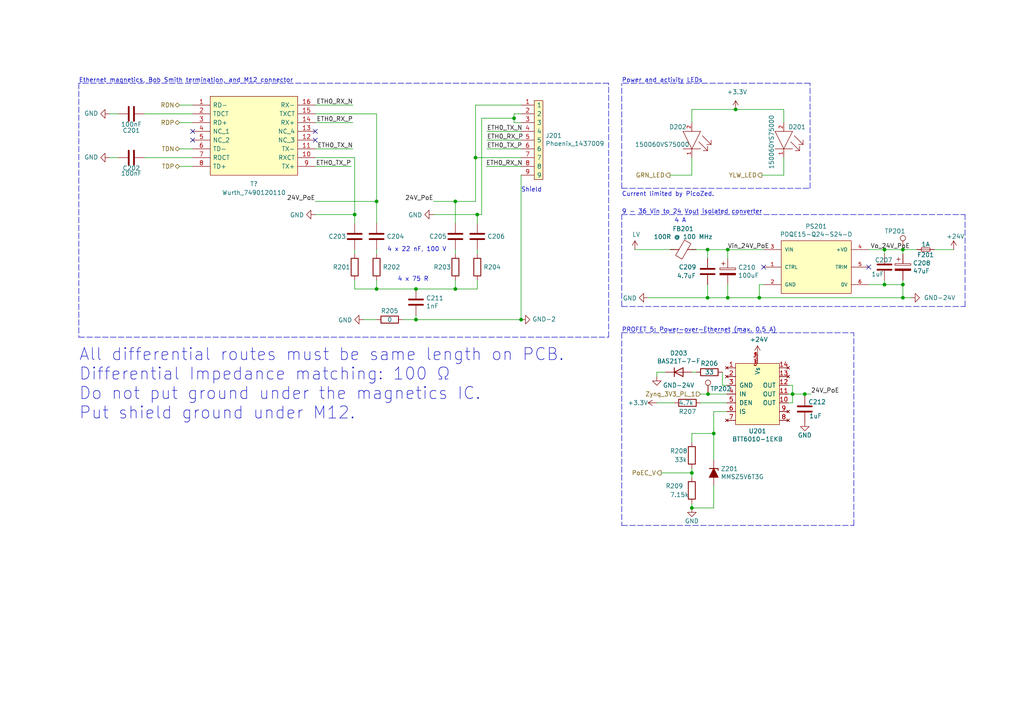
<source format=kicad_sch>
(kicad_sch (version 20231120) (generator "eeschema") (generator_version "8.0")
  (paper "A4")
  (title_block (title "Zynq-Based Master Controller") (date "2020-10-14") (rev "1.0") (company "JFH & SRM"))
  (lib_symbols
    (symbol "Connector:TestPoint" (pin_numbers hide) (pin_names (offset 0.762) hide)
      (property "Reference" "TP" (at 0 6.858 0))
      (property "Value" "TestPoint" (at 0 5.08 0))
      (symbol "TestPoint_0_1"
        (circle (center 0 3.302) (radius 0.762))
      )
      (symbol "TestPoint_1_1"
        (pin passive line (at 0 0 90) (length 2.54) (name "1") (number "1"))
      )
    )
    (symbol "Device:C" (pin_numbers hide) (pin_names (offset 0.254))
      (property "Reference" "C" (at 0.635 2.54 0))
      (property "Value" "C" (at 0.635 -2.54 0))
      (symbol "C_0_1"
        (polyline (pts (xy -2.032 -0.762) (xy 2.032 -0.762)) (stroke (width 0.508)))
        (polyline (pts (xy -2.032 0.762) (xy 2.032 0.762)) (stroke (width 0.508)))
      )
      (symbol "C_1_1"
        (pin passive line (at 0 3.81 270) (length 2.794) (name "~") (number "1"))
        (pin passive line (at 0 -3.81 90) (length 2.794) (name "~") (number "2"))
      )
    )
    (symbol "Device:C_Polarized" (pin_numbers hide) (pin_names (offset 0.254))
      (property "Reference" "C" (at 0.635 2.54 0))
      (property "Value" "C_Polarized" (at 0.635 -2.54 0))
      (symbol "C_Polarized_0_1"
        (rectangle (start -2.286 0.508) (end 2.286 1.016))
        (polyline (pts (xy -1.778 2.286) (xy -0.762 2.286)))
        (polyline (pts (xy -1.27 2.794) (xy -1.27 1.778)))
        (rectangle (start 2.286 -0.508) (end -2.286 -1.016) (fill (type outline)))
      )
      (symbol "C_Polarized_1_1"
        (pin passive line (at 0 3.81 270) (length 2.794) (name "~") (number "1"))
        (pin passive line (at 0 -3.81 90) (length 2.794) (name "~") (number "2"))
      )
    )
    (symbol "Device:D_Zener_Filled" (pin_numbers hide) (pin_names (offset 1.016) hide)
      (property "Reference" "D" (at 0 2.54 0))
      (property "Value" "D_Zener_Filled" (at 0 -2.54 0))
      (symbol "D_Zener_Filled_0_1"
        (polyline (pts (xy 1.27 0) (xy -1.27 0)))
        (polyline (pts (xy -1.27 -1.27) (xy -1.27 1.27) (xy -0.762 1.27)) (stroke (width 0.254)))
        (polyline (pts (xy 1.27 -1.27) (xy 1.27 1.27) (xy -1.27 0) (xy 1.27 -1.27)) (stroke (width 0.254)) (fill (type outline)))
      )
      (symbol "D_Zener_Filled_1_1"
        (pin passive line (at -3.81 0 0) (length 2.54) (name "K") (number "1"))
        (pin passive line (at 3.81 0 180) (length 2.54) (name "A") (number "2"))
      )
    )
    (symbol "Device:FerriteBead" (pin_numbers hide) (pin_names (offset 0))
      (property "Reference" "FB" (at -3.81 0.635 90))
      (property "Value" "FerriteBead" (at 3.81 0 90))
      (symbol "FerriteBead_0_1"
        (polyline (pts (xy 0 -1.27) (xy 0 -1.2192)))
        (polyline (pts (xy 0 1.27) (xy 0 1.2954)))
        (polyline (pts (xy -2.7686 0.4064) (xy -1.7018 2.2606) (xy 2.7686 -0.3048) (xy 1.6764 -2.159) (xy -2.7686 0.4064)))
      )
      (symbol "FerriteBead_1_1"
        (pin passive line (at 0 3.81 270) (length 2.54) (name "~") (number "1"))
        (pin passive line (at 0 -3.81 90) (length 2.54) (name "~") (number "2"))
      )
    )
    (symbol "Device:Fuse_Small" (pin_numbers hide) (pin_names (offset 0.254) hide)
      (property "Reference" "F" (at 0 -1.524 0))
      (property "Value" "Fuse_Small" (at 0 1.524 0))
      (symbol "Fuse_Small_0_1"
        (rectangle (start -1.27 0.508) (end 1.27 -0.508))
        (polyline (pts (xy -1.27 0) (xy 1.27 0)))
      )
      (symbol "Fuse_Small_1_1"
        (pin passive line (at -2.54 0 0) (length 1.27) (name "~") (number "1"))
        (pin passive line (at 2.54 0 180) (length 1.27) (name "~") (number "2"))
      )
    )
    (symbol "Device:R" (pin_numbers hide) (pin_names (offset 0))
      (property "Reference" "R" (at 2.032 0 90))
      (property "Value" "R" (at 0 0 90))
      (symbol "R_0_1"
        (rectangle (start -1.016 -2.54) (end 1.016 2.54) (stroke (width 0.254)))
      )
      (symbol "R_1_1"
        (pin passive line (at 0 3.81 270) (length 1.27) (name "~") (number "1"))
        (pin passive line (at 0 -3.81 90) (length 1.27) (name "~") (number "2"))
      )
    )
    (symbol "Diode:BAS21" (pin_numbers hide) (pin_names hide)
      (property "Reference" "D" (at 0 2.54 0))
      (property "Value" "BAS21" (at 0 -2.54 0))
      (symbol "BAS21_0_1"
        (polyline (pts (xy -1.27 1.27) (xy -1.27 -1.27)) (stroke (width 0.254)))
        (polyline (pts (xy 1.27 0) (xy -1.27 0)))
        (polyline (pts (xy 1.27 1.27) (xy 1.27 -1.27) (xy -1.27 0) (xy 1.27 1.27)) (stroke (width 0.254)))
      )
      (symbol "BAS21_1_1"
        (pin passive line (at 3.81 0 180) (length 2.54) (name "A") (number "1"))
        (pin no_connect line (at -1.27 0 0) (length 2.54) hide (name "NC") (number "2"))
        (pin passive line (at -3.81 0 0) (length 2.54) (name "K") (number "3"))
      )
    )
    (symbol "Vikings_actives:BTT6010-1EKB" (pin_names (offset 1.016))
      (property "Reference" "U" (at 6.35 -21.59 0))
      (property "Value" "BTT6010-1EKB" (at 6.35 -19.05 0))
      (symbol "BTT6010-1EKB_0_1"
        (rectangle (start 0 0) (end 12.7 -17.78) (fill (type background)))
      )
      (symbol "BTT6010-1EKB_1_1"
        (pin no_connect line (at -2.54 -1.27 0) (length 2.54) (name "~") (number "1"))
        (pin passive line (at 15.24 -11.43 180) (length 2.54) (name "OUT") (number "10"))
        (pin power_out line (at 15.24 -8.89 180) (length 2.54) (name "OUT") (number "11"))
        (pin passive line (at 15.24 -6.35 180) (length 2.54) (name "OUT") (number "12"))
        (pin no_connect line (at 15.24 -3.81 180) (length 2.54) (name "~") (number "13"))
        (pin no_connect line (at 15.24 -1.27 180) (length 2.54) (name "~") (number "14"))
        (pin no_connect line (at -2.54 -3.81 0) (length 2.54) (name "~") (number "2"))
        (pin power_in line (at -2.54 -6.35 0) (length 2.54) (name "GND") (number "3"))
        (pin input line (at -2.54 -8.89 0) (length 2.54) (name "IN") (number "4"))
        (pin input line (at -2.54 -11.43 0) (length 2.54) (name "DEN") (number "5"))
        (pin output line (at -2.54 -13.97 0) (length 2.54) (name "IS") (number "6"))
        (pin no_connect line (at -2.54 -16.51 0) (length 2.54) (name "~") (number "7"))
        (pin no_connect line (at 15.24 -16.51 180) (length 2.54) (name "~") (number "8"))
        (pin no_connect line (at 15.24 -13.97 180) (length 2.54) (name "~") (number "9"))
        (pin power_in line (at 6.35 2.54 270) (length 2.54) (name "Vs") (number "Cool.Tab"))
      )
    )
    (symbol "Vikings_actives:PDQE15-Q24-S24-D" (pin_names (offset 1.016))
      (property "Reference" "PS" (at 5.08 3.302 0))
      (property "Value" "PDQE15-Q24-S24-D" (at 5.08 -15.24 0))
      (symbol "PDQE15-Q24-S24-D_0_0"
        (rectangle (start 5.08 2.54) (end 25.4 -12.7) (fill (type background)))
        (pin input line (at 0 -5.08 0) (length 5.08) (name "CTRL") (number "1"))
        (pin power_in line (at 0 -10.16 0) (length 5.08) (name "GND") (number "2"))
        (pin input line (at 0 0 0) (length 5.08) (name "VIN") (number "3"))
        (pin power_out line (at 30.48 0 180) (length 5.08) (name "+VO") (number "4"))
        (pin passive line (at 30.48 -5.08 180) (length 5.08) (name "TRIM") (number "5"))
        (pin power_out line (at 30.48 -10.16 180) (length 5.08) (name "0V") (number "6"))
      )
    )
    (symbol "Vikings_connectors:Phoenix_1437009_M12_8pin_A_Female_Angled" (pin_names (offset 0.762))
      (property "Reference" "J" (at 16.51 7.62 0))
      (property "Value" "Phoenix_1437009_M12_8pin_A_Female_Angled" (at 16.51 5.08 0))
      (symbol "Phoenix_1437009_M12_8pin_A_Female_Angled_1_1"
        (rectangle (start 3.81 1.27) (end 6.35 -21.59) (fill (type background)))
        (pin passive line (at 0 0 0) (length 3.81) (name "1") (number "1"))
        (pin passive line (at 0 -2.54 0) (length 3.81) (name "2") (number "2"))
        (pin passive line (at 0 -5.08 0) (length 3.81) (name "3") (number "3"))
        (pin passive line (at 0 -7.62 0) (length 3.81) (name "4") (number "4"))
        (pin passive line (at 0 -10.16 0) (length 3.81) (name "5") (number "5"))
        (pin passive line (at 0 -12.7 0) (length 3.81) (name "6") (number "6"))
        (pin passive line (at 0 -15.24 0) (length 3.81) (name "7") (number "7"))
        (pin passive line (at 0 -17.78 0) (length 3.81) (name "8") (number "8"))
        (pin passive line (at 0 -20.32 0) (length 3.81) (name "9") (number "9"))
      )
    )
    (symbol "Vikings_misc:GND-2" (power) (pin_names (offset 0))
      (property "Value" "GND-2" (at 0 -3.81 0))
      (symbol "GND-2_0_1"
        (polyline (pts (xy 0 0) (xy 0 -1.27) (xy 1.27 -1.27) (xy 0 -2.54) (xy -1.27 -1.27) (xy 0 -1.27)))
      )
      (symbol "GND-2_1_1"
        (pin power_in line (at 0 0 270) (length 0) hide (name "GND-2") (number "1"))
      )
    )
    (symbol "Vikings_misc:GND-24V" (power) (pin_names (offset 0))
      (property "Value" "GND-24V" (at 0 -3.81 0))
      (symbol "GND-24V_0_1"
        (polyline (pts (xy 0 0) (xy 0 -1.27) (xy 1.27 -1.27) (xy 0 -2.54) (xy -1.27 -1.27) (xy 0 -1.27)))
      )
      (symbol "GND-24V_1_1"
        (pin power_in line (at 0 0 270) (length 0) hide (name "GND-24V") (number "1"))
      )
    )
    (symbol "Vikings_misc:LV" (power) (pin_names (offset 0))
      (property "Value" "LV" (at 0 3.556 0))
      (symbol "LV_0_1"
        (polyline (pts (xy -0.762 1.27) (xy 0 2.54)))
        (polyline (pts (xy 0 0) (xy 0 2.54)))
        (polyline (pts (xy 0 2.54) (xy 0.762 1.27)))
      )
      (symbol "LV_1_1"
        (pin power_in line (at 0 0 90) (length 0) hide (name "LV") (number "1"))
      )
    )
    (symbol "Vikings_passives:150060VS75000" (pin_names (offset 1.016))
      (property "Reference" "D" (at 0 10.16 0))
      (property "Value" "150060VS75000" (at 0 12.7 0))
      (symbol "150060VS75000_1_1"
        (polyline (pts (xy -1.27 -2.54) (xy 3.81 0)))
        (polyline (pts (xy -1.27 2.54) (xy -1.27 -2.54)))
        (polyline (pts (xy -1.27 2.54) (xy 3.81 0)))
        (polyline (pts (xy 0 3.048) (xy 2.54 5.588)))
        (polyline (pts (xy 1.778 2.032) (xy 4.318 4.572)))
        (polyline (pts (xy 2.54 5.588) (xy 1.27 5.588)))
        (polyline (pts (xy 2.54 5.588) (xy 2.54 4.318)))
        (polyline (pts (xy 3.81 2.54) (xy 3.81 -2.54)))
        (polyline (pts (xy 4.318 4.572) (xy 3.048 4.572)))
        (polyline (pts (xy 4.318 4.572) (xy 4.318 3.302)))
        (pin passive line (at 6.35 0 180) (length 2.54) (name "CATHODE") (number "1"))
        (pin passive line (at -3.81 0 0) (length 2.54) (name "ANODE") (number "2"))
      )
    )
    (symbol "Vikings_passives:150060YS75000" (pin_names (offset 1.016))
      (property "Reference" "LED" (at 0 10.16 0))
      (property "Value" "150060YS75000" (at 0 12.7 0))
      (symbol "150060YS75000_1_1"
        (polyline (pts (xy 0 -2.54) (xy 5.08 0)))
        (polyline (pts (xy 0 2.54) (xy 0 -2.54)))
        (polyline (pts (xy 0 2.54) (xy 5.08 0)))
        (polyline (pts (xy 1.27 3.048) (xy 3.81 5.588)))
        (polyline (pts (xy 3.048 2.032) (xy 5.588 4.572)))
        (polyline (pts (xy 3.81 5.588) (xy 2.54 5.588)))
        (polyline (pts (xy 3.81 5.588) (xy 3.81 4.318)))
        (polyline (pts (xy 5.08 2.54) (xy 5.08 -2.54)))
        (polyline (pts (xy 5.588 4.572) (xy 4.318 4.572)))
        (polyline (pts (xy 5.588 4.572) (xy 5.588 3.302)))
        (pin passive line (at 7.62 0 180) (length 2.54) (name "CATHODE") (number "1"))
        (pin passive line (at -2.54 0 0) (length 2.54) (name "ANODE") (number "2"))
      )
    )
    (symbol "Vikings_passives:Wurth_7490120110" (pin_names (offset 0.762))
      (property "Reference" "T" (at 31.75 7.62 0))
      (property "Value" "Wurth_7490120110" (at 31.75 5.08 0))
      (symbol "Wurth_7490120110_0_0"
        (pin passive line (at 0 0 0) (length 5.08) (name "RD-") (number "1"))
        (pin passive line (at 35.56 -15.24 180) (length 5.08) (name "RXCT") (number "10"))
        (pin passive line (at 35.56 -12.7 180) (length 5.08) (name "TX-") (number "11"))
        (pin passive line (at 35.56 -10.16 180) (length 5.08) (name "NC_3") (number "12"))
        (pin passive line (at 35.56 -7.62 180) (length 5.08) (name "NC_4") (number "13"))
        (pin passive line (at 35.56 -5.08 180) (length 5.08) (name "RX+") (number "14"))
        (pin passive line (at 35.56 -2.54 180) (length 5.08) (name "TXCT") (number "15"))
        (pin passive line (at 35.56 0 180) (length 5.08) (name "RX-") (number "16"))
        (pin passive line (at 0 -2.54 0) (length 5.08) (name "TDCT") (number "2"))
        (pin passive line (at 0 -5.08 0) (length 5.08) (name "RD+") (number "3"))
        (pin passive line (at 0 -7.62 0) (length 5.08) (name "NC_1") (number "4"))
        (pin passive line (at 0 -10.16 0) (length 5.08) (name "NC_2") (number "5"))
        (pin passive line (at 0 -12.7 0) (length 5.08) (name "TD-") (number "6"))
        (pin passive line (at 0 -15.24 0) (length 5.08) (name "RDCT") (number "7"))
        (pin passive line (at 0 -17.78 0) (length 5.08) (name "TD+") (number "8"))
        (pin passive line (at 35.56 -17.78 180) (length 5.08) (name "TX+") (number "9"))
      )
      (symbol "Wurth_7490120110_0_1"
        (polyline (pts (xy 5.08 2.54) (xy 30.48 2.54) (xy 30.48 -20.32) (xy 5.08 -20.32) (xy 5.08 2.54)) (fill (type background)))
      )
    )
    (symbol "power:+24V" (power) (pin_numbers hide) (pin_names (offset 0) hide)
      (property "Value" "+24V" (at 0 3.556 0))
      (symbol "+24V_0_1"
        (polyline (pts (xy -0.762 1.27) (xy 0 2.54)))
        (polyline (pts (xy 0 0) (xy 0 2.54)))
        (polyline (pts (xy 0 2.54) (xy 0.762 1.27)))
      )
      (symbol "+24V_1_1"
        (pin power_in line (at 0 0 90) (length 0) (name "~") (number "1"))
      )
    )
    (symbol "power:+3.3V" (power) (pin_numbers hide) (pin_names (offset 0) hide)
      (property "Value" "+3.3V" (at 0 3.556 0))
      (symbol "+3.3V_0_1"
        (polyline (pts (xy -0.762 1.27) (xy 0 2.54)))
        (polyline (pts (xy 0 0) (xy 0 2.54)))
        (polyline (pts (xy 0 2.54) (xy 0.762 1.27)))
      )
      (symbol "+3.3V_1_1"
        (pin power_in line (at 0 0 90) (length 0) (name "~") (number "1"))
      )
    )
    (symbol "power:GND" (power) (pin_numbers hide) (pin_names (offset 0) hide)
      (property "Value" "GND" (at 0 -3.81 0))
      (symbol "GND_0_1"
        (polyline (pts (xy 0 0) (xy 0 -1.27) (xy 1.27 -1.27) (xy 0 -2.54) (xy -1.27 -1.27) (xy 0 -1.27)))
      )
      (symbol "GND_1_1"
        (pin power_in line (at 0 0 270) (length 0) (name "~") (number "1"))
      )
    )
  )
  (junction (at 205.359 114.3))
  (junction (at 220.218 86.36))
  (junction (at 229.87 114.3))
  (junction (at 109.22 58.42))
  (junction (at 261.874 82.55))
  (junction (at 205.232 86.36))
  (junction (at 200.66 137.16))
  (junction (at 211.074 86.36))
  (junction (at 137.922 45.72))
  (junction (at 132.08 58.42))
  (junction (at 256.54 72.39))
  (junction (at 261.874 72.39))
  (junction (at 138.43 62.23))
  (junction (at 109.22 83.82))
  (junction (at 132.08 83.82))
  (junction (at 120.65 83.82))
  (junction (at 151.13 92.71))
  (junction (at 233.426 114.3))
  (junction (at 149.098 34.29))
  (junction (at 205.232 72.39))
  (junction (at 120.65 92.71))
  (junction (at 102.87 62.23))
  (junction (at 256.54 82.55))
  (junction (at 200.66 147.32))
  (junction (at 261.874 86.36))
  (junction (at 207.01 125.73))
  (junction (at 213.36 31.75))
  (junction (at 211.074 72.39))
  (no_connect (at 55.88 40.64))
  (no_connect (at 221.488 77.47))
  (no_connect (at 251.968 77.47))
  (no_connect (at 55.88 38.1))
  (no_connect (at 91.44 38.1))
  (no_connect (at 91.44 40.64))
  (wire (pts (xy 220.218 86.36) (xy 261.874 86.36)))
  (wire (pts (xy 211.074 86.36) (xy 220.218 86.36)))
  (wire (pts (xy 138.43 83.82) (xy 132.08 83.82)))
  (wire (pts (xy 200.66 45.72) (xy 200.66 50.8)))
  (wire (pts (xy 137.922 30.48) (xy 151.13 30.48)))
  (wire (pts (xy 205.232 72.39) (xy 205.232 74.93)))
  (wire (pts (xy 41.91 33.02) (xy 55.88 33.02)))
  (wire (pts (xy 227.33 45.72) (xy 227.33 50.8)))
  (wire (pts (xy 91.44 43.18) (xy 102.362 43.18)))
  (wire (pts (xy 120.65 83.82) (xy 132.08 83.82)))
  (wire (pts (xy 109.22 58.42) (xy 109.22 64.77)))
  (wire (pts (xy 120.65 92.71) (xy 116.84 92.71)))
  (wire (pts (xy 233.426 114.3) (xy 235.204 114.3)))
  (polyline (pts (xy 180.34 88.9) (xy 180.34 62.23)) (stroke (width 0) (type dash)))
  (wire (pts (xy 190.5 107.95) (xy 190.5 109.22)))
  (wire (pts (xy 91.44 35.56) (xy 102.362 35.56)))
  (wire (pts (xy 229.87 116.84) (xy 229.87 114.3)))
  (wire (pts (xy 220.218 82.55) (xy 220.218 86.36)))
  (wire (pts (xy 91.44 48.26) (xy 101.854 48.26)))
  (wire (pts (xy 261.874 72.39) (xy 261.874 73.66)))
  (wire (pts (xy 211.074 72.39) (xy 221.488 72.39)))
  (wire (pts (xy 200.66 31.75) (xy 213.36 31.75)))
  (wire (pts (xy 205.359 114.3) (xy 210.82 114.3)))
  (wire (pts (xy 207.01 125.73) (xy 207.01 119.38)))
  (wire (pts (xy 261.874 72.39) (xy 265.938 72.39)))
  (wire (pts (xy 31.75 33.02) (xy 34.29 33.02)))
  (wire (pts (xy 109.22 33.02) (xy 109.22 58.42)))
  (polyline (pts (xy 180.34 62.23) (xy 279.908 62.23)) (stroke (width 0) (type dash)))
  (polyline (pts (xy 176.53 97.79) (xy 176.53 24.13)) (stroke (width 0) (type dash)))
  (wire (pts (xy 125.73 62.23) (xy 138.43 62.23)))
  (wire (pts (xy 229.87 111.76) (xy 229.87 114.3)))
  (wire (pts (xy 203.2 116.84) (xy 210.82 116.84)))
  (wire (pts (xy 256.54 73.66) (xy 256.54 72.39)))
  (wire (pts (xy 109.22 92.71) (xy 105.41 92.71)))
  (polyline (pts (xy 176.53 24.13) (xy 22.86 24.13)) (stroke (width 0) (type dash)))
  (wire (pts (xy 210.82 111.76) (xy 209.55 111.76)))
  (wire (pts (xy 91.44 30.48) (xy 102.362 30.48)))
  (wire (pts (xy 102.87 81.28) (xy 102.87 83.82)))
  (wire (pts (xy 261.874 86.36) (xy 264.16 86.36)))
  (wire (pts (xy 137.922 58.42) (xy 137.922 45.72)))
  (wire (pts (xy 187.96 86.36) (xy 205.232 86.36)))
  (wire (pts (xy 139.7 34.29) (xy 149.098 34.29)))
  (wire (pts (xy 205.232 72.39) (xy 211.074 72.39)))
  (wire (pts (xy 207.01 125.73) (xy 207.01 133.35)))
  (wire (pts (xy 55.88 35.56) (xy 52.07 35.56)))
  (wire (pts (xy 229.87 114.3) (xy 233.426 114.3)))
  (wire (pts (xy 200.66 31.75) (xy 200.66 35.56)))
  (wire (pts (xy 205.232 82.55) (xy 205.232 86.36)))
  (wire (pts (xy 91.44 58.42) (xy 109.22 58.42)))
  (wire (pts (xy 102.87 45.72) (xy 102.87 62.23)))
  (wire (pts (xy 211.074 82.55) (xy 211.074 86.36)))
  (polyline (pts (xy 279.908 88.9) (xy 279.908 62.23)) (stroke (width 0) (type dash)))
  (wire (pts (xy 205.232 86.36) (xy 211.074 86.36)))
  (wire (pts (xy 149.098 33.02) (xy 151.13 33.02)))
  (wire (pts (xy 203.2 114.3) (xy 205.359 114.3)))
  (polyline (pts (xy 22.86 97.79) (xy 176.53 97.79)) (stroke (width 0) (type dash)))
  (wire (pts (xy 151.13 40.64) (xy 141.224 40.64)))
  (wire (pts (xy 200.66 50.8) (xy 194.31 50.8)))
  (wire (pts (xy 132.08 83.82) (xy 132.08 81.28)))
  (wire (pts (xy 151.13 35.56) (xy 149.098 35.56)))
  (wire (pts (xy 102.87 83.82) (xy 109.22 83.82)))
  (wire (pts (xy 52.07 43.18) (xy 55.88 43.18)))
  (polyline (pts (xy 180.34 54.61) (xy 234.95 54.61)) (stroke (width 0) (type dash)))
  (wire (pts (xy 233.426 114.808) (xy 233.426 114.3)))
  (wire (pts (xy 191.77 137.16) (xy 200.66 137.16)))
  (polyline (pts (xy 22.86 24.13) (xy 22.86 97.79)) (stroke (width 0) (type dash)))
  (wire (pts (xy 228.6 116.84) (xy 229.87 116.84)))
  (wire (pts (xy 190.5 116.84) (xy 195.58 116.84)))
  (wire (pts (xy 251.968 72.39) (xy 256.54 72.39)))
  (wire (pts (xy 149.098 35.56) (xy 149.098 34.29)))
  (wire (pts (xy 184.15 72.39) (xy 195.58 72.39)))
  (wire (pts (xy 132.08 58.42) (xy 137.922 58.42)))
  (wire (pts (xy 207.01 119.38) (xy 210.82 119.38)))
  (wire (pts (xy 138.43 81.28) (xy 138.43 83.82)))
  (wire (pts (xy 256.54 72.39) (xy 261.874 72.39)))
  (wire (pts (xy 251.968 82.55) (xy 256.54 82.55)))
  (wire (pts (xy 91.44 62.23) (xy 102.87 62.23)))
  (polyline (pts (xy 234.95 54.61) (xy 234.95 24.13)) (stroke (width 0) (type dash)))
  (wire (pts (xy 138.43 72.39) (xy 138.43 73.66)))
  (wire (pts (xy 141.224 43.18) (xy 151.13 43.18)))
  (wire (pts (xy 261.874 81.28) (xy 261.874 82.55)))
  (wire (pts (xy 132.08 64.77) (xy 132.08 58.42)))
  (wire (pts (xy 213.36 31.75) (xy 227.33 31.75)))
  (polyline (pts (xy 247.65 152.4) (xy 247.65 96.52)) (stroke (width 0) (type dash)))
  (wire (pts (xy 151.13 45.72) (xy 137.922 45.72)))
  (wire (pts (xy 120.65 92.71) (xy 151.13 92.71)))
  (wire (pts (xy 132.08 72.39) (xy 132.08 73.66)))
  (wire (pts (xy 91.44 45.72) (xy 102.87 45.72)))
  (wire (pts (xy 227.33 35.56) (xy 227.33 31.75)))
  (wire (pts (xy 132.08 58.42) (xy 125.73 58.42)))
  (wire (pts (xy 207.01 140.97) (xy 207.01 147.32)))
  (wire (pts (xy 151.13 92.71) (xy 151.13 50.8)))
  (wire (pts (xy 109.22 72.39) (xy 109.22 73.66)))
  (wire (pts (xy 109.22 83.82) (xy 109.22 81.28)))
  (wire (pts (xy 256.54 82.55) (xy 261.874 82.55)))
  (wire (pts (xy 209.55 111.76) (xy 209.55 107.95)))
  (wire (pts (xy 228.6 111.76) (xy 229.87 111.76)))
  (wire (pts (xy 55.88 48.26) (xy 52.07 48.26)))
  (polyline (pts (xy 180.34 152.4) (xy 247.65 152.4)) (stroke (width 0) (type dash)))
  (wire (pts (xy 109.22 83.82) (xy 120.65 83.82)))
  (wire (pts (xy 138.43 64.77) (xy 138.43 62.23)))
  (wire (pts (xy 200.66 135.89) (xy 200.66 137.16)))
  (wire (pts (xy 149.098 34.29) (xy 149.098 33.02)))
  (wire (pts (xy 211.074 72.39) (xy 211.074 74.93)))
  (wire (pts (xy 200.66 128.27) (xy 200.66 125.73)))
  (wire (pts (xy 138.43 62.23) (xy 139.7 62.23)))
  (wire (pts (xy 41.91 45.72) (xy 55.88 45.72)))
  (wire (pts (xy 91.44 33.02) (xy 109.22 33.02)))
  (wire (pts (xy 151.13 48.26) (xy 140.97 48.26)))
  (polyline (pts (xy 234.95 24.13) (xy 180.34 24.13)) (stroke (width 0) (type dash)))
  (wire (pts (xy 271.018 72.39) (xy 276.606 72.39)))
  (polyline (pts (xy 180.34 96.52) (xy 247.65 96.52)) (stroke (width 0) (type dash)))
  (wire (pts (xy 193.04 107.95) (xy 190.5 107.95)))
  (wire (pts (xy 200.66 125.73) (xy 207.01 125.73)))
  (polyline (pts (xy 180.34 88.9) (xy 279.908 88.9)) (stroke (width 0) (type dash)))
  (wire (pts (xy 200.66 146.05) (xy 200.66 147.32)))
  (wire (pts (xy 227.33 50.8) (xy 220.98 50.8)))
  (wire (pts (xy 200.66 72.39) (xy 205.232 72.39)))
  (polyline (pts (xy 180.34 54.61) (xy 180.34 24.13)) (stroke (width 0) (type dash)))
  (wire (pts (xy 201.93 107.95) (xy 200.66 107.95)))
  (polyline (pts (xy 180.34 96.52) (xy 180.34 152.4)) (stroke (width 0) (type dash)))
  (wire (pts (xy 102.87 72.39) (xy 102.87 73.66)))
  (wire (pts (xy 102.87 64.77) (xy 102.87 62.23)))
  (wire (pts (xy 261.874 82.55) (xy 261.874 86.36)))
  (wire (pts (xy 229.87 114.3) (xy 228.6 114.3)))
  (wire (pts (xy 137.922 30.48) (xy 137.922 45.72)))
  (wire (pts (xy 31.75 45.72) (xy 34.29 45.72)))
  (wire (pts (xy 52.07 30.48) (xy 55.88 30.48)))
  (wire (pts (xy 221.488 82.55) (xy 220.218 82.55)))
  (wire (pts (xy 200.66 137.16) (xy 200.66 138.43)))
  (wire (pts (xy 139.7 34.29) (xy 139.7 62.23)))
  (wire (pts (xy 151.13 38.1) (xy 141.224 38.1)))
  (wire (pts (xy 207.01 147.32) (xy 200.66 147.32)))
  (wire (pts (xy 120.65 91.44) (xy 120.65 92.71)))
  (wire (pts (xy 256.54 81.28) (xy 256.54 82.55)))
  (text "4 x 75 R" (at 115.316 81.788 0) (effects (font (size 1.27 1.27)) (justify left bottom)))
  (text "4 x 22 nF, 100 V" (at 112.268 73.152 0) (effects (font (size 1.27 1.27)) (justify left bottom)))
  (text "Current limited by PicoZed." (at 180.34 57.15 0) (effects (font (size 1.27 1.27)) (justify left bottom)))
  (text "9 - 36 Vin to 24 Vout isolated converter" (at 180.34 62.23 0) (effects (font (size 1.27 1.27)) (justify left bottom)))
  (text "Ethernet magnetics, Bob Smith termination, and M12 connector" (at 22.86 24.13 0) (effects (font (size 1.27 1.27)) (justify left bottom)))
  (text "4 A" (at 195.58 64.77 0) (effects (font (size 1.27 1.27)) (justify left bottom)))
  (text "PROFET 5: Power-over-Ethernet (max. 0.5 A)" (at 180.34 96.52 0) (effects (font (size 1.27 1.27)) (justify left bottom)))
  (text "All differential routes must be same length on PCB.\nDifferential Impedance matching: 100 Ω\nDo not put ground under the magnetics IC.\nPut shield ground under M12." (at 22.86 121.92 0) (effects (font (size 3.5052 3.5052)) (justify left bottom)))
  (text "Power and activity LEDs" (at 180.34 24.13 0) (effects (font (size 1.27 1.27)) (justify left bottom)))
  (text "Shield" (at 151.13 55.88 0) (effects (font (size 1.27 1.27)) (justify left bottom)))
  (label "Vo_24V_PoE" (at 252.476 72.39 0))
  (label "ETH0_RX_N" (at 102.362 30.48 180))
  (label "ETH0_TX_P" (at 141.224 43.18 0))
  (label "ETH0_RX_N" (at 140.97 48.26 0))
  (label "ETH0_TX_N" (at 141.224 38.1 0))
  (label "ETH0_TX_P" (at 101.854 48.26 180))
  (label "ETH0_TX_N" (at 102.362 43.18 180))
  (label "ETH0_RX_P" (at 102.362 35.56 180))
  (label "24V_PoE" (at 235.204 114.3 0))
  (label "24V_PoE" (at 125.73 58.42 180))
  (label "Vin_24V_PoE" (at 211.074 72.39 0))
  (label "ETH0_RX_P" (at 141.224 40.64 0))
  (label "24V_PoE" (at 91.44 58.42 180))
  (hierarchical_label "RDP" (shape bidirectional) (at 52.07 35.56 180))
  (hierarchical_label "TDP" (shape bidirectional) (at 52.07 48.26 180))
  (hierarchical_label "Zynq_3V3_PL_1" (shape input) (at 203.2 114.3 180))
  (hierarchical_label "GRN_LED" (shape output) (at 194.31 50.8 180))
  (hierarchical_label "PoEC_V" (shape output) (at 191.77 137.16 180))
  (hierarchical_label "TDN" (shape bidirectional) (at 52.07 43.18 180))
  (hierarchical_label "YLW_LED" (shape output) (at 220.98 50.8 180))
  (hierarchical_label "RDN" (shape bidirectional) (at 52.07 30.48 180))
  (symbol (lib_id "Vikings_connectors:Phoenix_1437009_M12_8pin_A_Female_Angled") (at 151.13 30.48 0) (unit 1)
    (property "Reference" "J201" (at 158.1912 39.3446 0) (effects (justify left)))
    (property "Value" "Phoenix_1437009" (at 158.1912 41.656 0) (effects (justify left)))
    (property "Footprint" "Vikings_connectors:Phoenix_1437009_M12_8pin_A_Female_Angled" (effects (hide yes)))
    (property "Datasheet" "http://www.phoenixcontact.com/us/products/1437009/pdf" (effects (hide yes)))
    (property "Description" "Circular Metric Connectors SACC-CI-M12FS-8CON- L90 SH SCO" (effects (hide yes)))
    (property "Height" "15.9" (effects (hide yes)))
    (property "Manufacturer_Name" "Phoenix Contact" (effects (hide yes)))
    (property "Manufacturer_Part_Number" "1437009" (effects (hide yes)))
    (property "Arrow Part Number" "1437009" (effects (hide yes)))
    (property "Mouser Part Number" "651-1437009" (effects (hide yes)))
    (property "Mouser Price/Stock" "https://www.mouser.co.uk/ProductDetail/Phoenix-Contact/1437009?qs=MfVUZiz0Pxb27kS8b3m0cw%3D%3D" (effects (hide yes)))
  )
  (symbol (lib_id "Vikings_passives:150060YS75000") (at 227.33 38.1 270) (unit 1)
    (property "Reference" "D201" (at 228.6 36.83 90) (effects (justify left)))
    (property "Value" "150060YS75000" (at 223.774 33.274 0) (effects (justify left)))
    (property "Footprint" "Vikings_devices:Wurth_150060YS75000" (effects (hide yes)))
    (property "Datasheet" "http://katalog.we-online.com/led/datasheet/150060SS75000.pdf" (effects (hide yes)))
    (property "Color" "Yellow" (effects (hide yes)))
    (property "Component Link 1 Description" "Manufacturer URL" (effects (hide yes)))
    (property "Component Link 1 URL" "http://www.we-online.com" (effects (hide yes)))
    (property "category" "UNK" (effects (hide yes)))
    (property "ciiva ids" "12518860" (effects (hide yes)))
    (property "library id" "c86f0b01d77e687a" (effects (hide yes)))
    (property "manufacturer" "Wuerth Elektronik" (effects (hide yes)))
    (property "package" "0603_A" (effects (hide yes)))
    (property "release date" "1421305860" (effects (hide yes)))
    (property "vault revision" "5144AC10-0A10-433C-B4D0-D5D668B210EE" (effects (hide yes)))
    (property "imported" "yes" (effects (hide yes)))
  )
  (symbol (lib_id "Vikings_passives:Wurth_7490120110") (at 55.88 30.48 0) (unit 1)
    (property "Reference" "T?" (at 73.66 53.34 0))
    (property "Value" "Wurth_7490120110" (at 73.66 55.88 0))
    (property "Footprint" "Vikings_devices:Wurth_7490120110" (effects (hide yes)))
    (property "Datasheet" "https://componentsearchengine.com/Datasheets/1/7490120110.pdf" (effects (hide yes)))
    (property "Description" "Audio Transformers / Signal Transformers WE-LAN 10/100 Base-T 1Port SMD Transfrmer" (effects (hide yes)))
    (property "Height" "5.8" (effects (hide yes)))
    (property "Manufacturer_Name" "Wurth Elektronik / Midcom" (effects (hide yes)))
    (property "Manufacturer_Part_Number" "7490120110" (effects (hide yes)))
    (property "Arrow Part Number" "7490120110" (effects (hide yes)))
    (property "Mouser Part Number" "710-7490120110" (effects (hide yes)))
    (property "Mouser Price/Stock" "https://www.mouser.co.uk/ProductDetail/Wurth-Elektronik-Midcom/7490120110?qs=2sV1BwmkawS544uMhsm03Q%3D%3D" (effects (hide yes)))
    (instances (project "" (path "" (reference "T?") (unit 1)) (path "" (reference "T201") (unit 1))))
  )
  (symbol (lib_id "power:GND") (at 31.75 33.02 270) (mirror x) (unit 1)
    (property "Reference" "#PWR0101" (effects (hide yes)))
    (property "Value" "GND" (at 28.4988 32.893 90) (effects (justify right)))
  )
  (symbol (lib_id "Device:C") (at 38.1 33.02 90) (mirror x) (unit 1)
    (property "Reference" "C201" (at 38.1 37.846 90))
    (property "Value" "100nF" (at 38.1 36.068 90))
    (property "Footprint" "Capacitor_SMD:C_0603_1608Metric" (effects (hide yes)))
  )
  (symbol (lib_id "power:GND") (at 31.75 45.72 270) (mirror x) (unit 1)
    (property "Reference" "#PWR0102" (effects (hide yes)))
    (property "Value" "GND" (at 28.4988 45.593 90) (effects (justify right)))
  )
  (symbol (lib_id "Device:C") (at 38.1 45.72 90) (mirror x) (unit 1)
    (property "Reference" "C202" (at 38.1 48.768 90))
    (property "Value" "100nF" (at 38.1 50.292 90))
    (property "Footprint" "Capacitor_SMD:C_0603_1608Metric" (effects (hide yes)))
  )
  (symbol (lib_id "power:+3.3V") (at 213.36 31.75 0) (unit 1)
    (property "Reference" "#PWR0103" (effects (hide yes)))
    (property "Value" "+3.3V" (at 210.82 26.67 0) (effects (justify left)))
  )
  (symbol (lib_id "Vikings_passives:150060VS75000") (at 200.66 39.37 270) (unit 1)
    (property "Reference" "D202" (at 194.056 36.83 90) (effects (justify left)))
    (property "Value" "150060VS75000" (at 184.15 41.91 90) (effects (justify left)))
    (property "Footprint" "Vikings_devices:Wurth_150060VS75000" (effects (hide yes)))
    (property "Datasheet" "https://www.we-online.com/catalog/datasheet/150060VS75000.pdf" (effects (hide yes)))
    (property "automotive" "No" (effects (hide yes)))
    (property "category" "Diode" (effects (hide yes)))
    (property "colour" "Green" (effects (hide yes)))
    (property "device class L1" "Optoelectronics" (effects (hide yes)))
    (property "device class L2" "LEDs" (effects (hide yes)))
    (property "device class L3" "unset" (effects (hide yes)))
    (property "digikey description" "LED GREEN CLEAR 0603 SMD" (effects (hide yes)))
    (property "digikey part number" "732-4980-1-ND" (effects (hide yes)))
    (property "forward current" "20mA" (effects (hide yes)))
    (property "forward voltage" "2V" (effects (hide yes)))
    (property "height" "0.8mm" (effects (hide yes)))
    (property "lead free" "Yes" (effects (hide yes)))
    (property "led orientation" "Top View" (effects (hide yes)))
    (property "library id" "31412359902cf5d2" (effects (hide yes)))
    (property "luminous intensity" "40mcd" (effects (hide yes)))
    (property "manufacturer" "Wurth" (effects (hide yes)))
    (property "max junction temp" "+95°C" (effects (hide yes)))
    (property "mouser description" "LED, Green, 570 nm, 2 V, 30 mA, 40 mcd" (effects (hide yes)))
    (property "mouser part number" "710-150060VS75000" (effects (hide yes)))
    (property "package" "0603" (effects (hide yes)))
    (property "peak emmision wavelength" "572nm" (effects (hide yes)))
    (property "power dissipation" "72mW" (effects (hide yes)))
    (property "reverse voltage" "5V" (effects (hide yes)))
    (property "rohs" "Yes" (effects (hide yes)))
    (property "temperature range high" "+85°C" (effects (hide yes)))
    (property "temperature range low" "-40°C" (effects (hide yes)))
    (property "viewing angle" "140°" (effects (hide yes)))
    (property "wavelength" "570nm" (effects (hide yes)))
  )
  (symbol (lib_id "power:GND") (at 91.44 62.23 270) (unit 1)
    (property "Reference" "#PWR0104" (effects (hide yes)))
    (property "Value" "GND" (at 88.1888 62.357 90) (effects (justify right)))
  )
  (symbol (lib_id "Device:C") (at 109.22 68.58 0) (unit 1)
    (property "Reference" "C204" (at 112.141 68.58 0) (effects (justify left)))
    (property "Value" "22nF" (effects (hide yes)))
    (property "Footprint" "Capacitor_SMD:C_0603_1608Metric" (effects (hide yes)))
    (property "Description" "22 nF, 100 V" (effects (hide yes)))
  )
  (symbol (lib_id "Device:R") (at 109.22 77.47 0) (unit 1)
    (property "Reference" "R202" (at 110.998 77.47 0) (effects (justify left)))
    (property "Value" "75" (effects (hide yes)))
    (property "Footprint" "Resistor_SMD:R_0603_1608Metric" (effects (hide yes)))
  )
  (symbol (lib_id "Device:C") (at 102.87 68.58 0) (unit 1)
    (property "Reference" "C203" (at 95.25 68.58 0) (effects (justify left)))
    (property "Value" "22nF" (effects (hide yes)))
    (property "Footprint" "Capacitor_SMD:C_0603_1608Metric" (effects (hide yes)))
    (property "Description" "22nF, 100V" (effects (hide yes)))
  )
  (symbol (lib_id "Device:R") (at 102.87 77.47 0) (unit 1)
    (property "Reference" "R201" (at 96.52 77.47 0) (effects (justify left)))
    (property "Value" "75" (effects (hide yes)))
    (property "Footprint" "Resistor_SMD:R_0603_1608Metric" (effects (hide yes)))
  )
  (symbol (lib_id "power:GND") (at 125.73 62.23 270) (unit 1)
    (property "Reference" "#PWR0106" (effects (hide yes)))
    (property "Value" "GND" (at 122.4788 62.357 90) (effects (justify right)))
  )
  (symbol (lib_id "Device:R") (at 132.08 77.47 0) (unit 1)
    (property "Reference" "R203" (at 125.73 77.47 0) (effects (justify left)))
    (property "Value" "75" (effects (hide yes)))
    (property "Footprint" "Resistor_SMD:R_0603_1608Metric" (effects (hide yes)))
  )
  (symbol (lib_id "Device:R") (at 138.43 77.47 0) (unit 1)
    (property "Reference" "R204" (at 140.208 77.47 0) (effects (justify left)))
    (property "Value" "75" (effects (hide yes)))
    (property "Footprint" "Resistor_SMD:R_0603_1608Metric" (effects (hide yes)))
  )
  (symbol (lib_id "Device:C") (at 138.43 68.58 0) (unit 1)
    (property "Reference" "C206" (at 141.351 68.58 0) (effects (justify left)))
    (property "Value" "22nF" (effects (hide yes)))
    (property "Footprint" "Capacitor_SMD:C_0603_1608Metric" (effects (hide yes)))
    (property "Description" "22 nF, 100 V" (effects (hide yes)))
  )
  (symbol (lib_id "Device:C") (at 132.08 68.58 0) (unit 1)
    (property "Reference" "C205" (at 124.46 68.58 0) (effects (justify left)))
    (property "Value" "22nF" (effects (hide yes)))
    (property "Footprint" "Capacitor_SMD:C_0603_1608Metric" (effects (hide yes)))
    (property "Description" "22 nF, 100 V" (effects (hide yes)))
  )
  (symbol (lib_id "Device:C") (at 120.65 87.63 0) (unit 1)
    (property "Reference" "C211" (at 123.571 86.4616 0) (effects (justify left)))
    (property "Value" "1nF" (at 123.571 88.773 0) (effects (justify left)))
    (property "Footprint" "Capacitor_SMD:C_1206_3216Metric" (effects (hide yes)))
    (property "Description" "1nF, 2000V" (effects (hide yes)))
  )
  (symbol (lib_id "Device:Fuse_Small") (at 268.478 72.39 0) (unit 1)
    (property "Reference" "F201" (at 268.478 73.914 0))
    (property "Value" "1A" (at 268.478 70.866 0))
    (property "Footprint" "Vikings_devices:Littlefuse_Nano_Clip" (effects (hide yes)))
    (property "Datasheet" "https://m.littelfuse.com/~/media/electronics/datasheets/fuses/littelfuse_fuse_157_datasheet.pdf.pdf" (effects (hide yes)))
    (property "Manufacturer" "Littelfuse" (effects (hide yes)))
    (property "Man. Part No." "0157001.DR" (effects (hide yes)))
  )
  (symbol (lib_id "Vikings_actives:PDQE15-Q24-S24-D") (at 221.488 72.39 0) (unit 1)
    (property "Reference" "PS201" (at 236.728 65.659 0))
    (property "Value" "PDQE15-Q24-S24-D" (at 236.728 67.9704 0))
    (property "Footprint" "Vikings_devices:CUI_PDQE15-Q24-S24-D" (effects (hide yes)))
    (property "Datasheet" "Manufacturer Recommendations" (effects (hide yes)))
    (property "Field4" "CUI Inc." (effects (hide yes)))
    (property "Field5" "11.70mm" (effects (hide yes)))
    (property "Field6" "1.0" (effects (hide yes)))
  )
  (symbol (lib_id "Vikings_misc:LV") (at 184.15 72.39 0) (unit 1)
    (property "Reference" "#PWR0105" (effects (hide yes)))
    (property "Value" "LV" (at 184.531 67.9958 0))
  )
  (symbol (lib_id "power:GND") (at 187.96 86.36 270) (unit 1)
    (property "Reference" "#PWR0107" (effects (hide yes)))
    (property "Value" "GND" (at 184.7088 86.487 90) (effects (justify right)))
  )
  (symbol (lib_id "Device:C_Polarized") (at 261.874 77.47 0) (unit 1)
    (property "Reference" "C208" (at 264.795 76.3016 0) (effects (justify left)))
    (property "Value" "47uF" (at 264.795 78.613 0) (effects (justify left)))
    (property "Footprint" "Vikings_devices:CP_Elec_Wurth_WCAP-PSLP_6.6x6.6mm" (effects (hide yes)))
    (property "Description" "Polarized capacitor" (effects (hide yes)))
    (property "Manufacturer" "Würth Elektronik" (effects (hide yes)))
    (property "Man. Part No." "865080645012" (effects (hide yes)))
  )
  (symbol (lib_id "power:+24V") (at 276.606 72.39 0) (unit 1)
    (property "Reference" "#PWR0109" (effects (hide yes)))
    (property "Value" "+24V" (at 277.114 68.58 0))
  )
  (symbol (lib_id "Vikings_misc:GND-24V") (at 264.16 86.36 90) (unit 1)
    (property "Reference" "#PWR0133" (effects (hide yes)))
    (property "Value" "GND-24V" (at 267.97 86.36 90) (effects (justify right)))
  )
  (symbol (lib_id "Vikings_actives:BTT6010-1EKB") (at 213.36 105.41 0) (unit 1)
    (property "Reference" "U201" (at 219.71 125.0442 0))
    (property "Value" "BTT6010-1EKB" (at 219.71 127.3556 0))
    (property "Footprint" "Vikings_devices:PG-DSO-14-47" (effects (hide yes)))
    (property "Datasheet" "https://docs.rs-online.com/1df8/0900766b815790fa.pdf" (effects (hide yes)))
    (instances (project "" (path "" (reference "U201") (unit 1)) (path "" (reference "U?") (unit 1))))
  )
  (symbol (lib_id "power:+3.3V") (at 190.5 116.84 90) (unit 1)
    (property "Reference" "#PWR0120" (effects (hide yes)))
    (property "Value" "+3.3V" (at 187.96 116.84 90) (effects (justify left)))
    (instances (project "" (path "" (reference "#PWR0120") (unit 1)) (path "" (reference "#PWR?") (unit 1)) (path "" (reference "#PWR?") (unit 1))))
  )
  (symbol (lib_id "power:GND") (at 200.66 147.32 0) (unit 1)
    (property "Reference" "#PWR0126" (effects (hide yes)))
    (property "Value" "GND" (at 200.66 151.13 0))
    (instances (project "" (path "" (reference "#PWR0126") (unit 1)) (path "" (reference "#PWR?") (unit 1)) (path "" (reference "#PWR?") (unit 1))))
  )
  (symbol (lib_id "Device:D_Zener_Filled") (at 207.01 137.16 270) (unit 1)
    (property "Reference" "Z201" (at 209.042 135.9916 90) (effects (justify left)))
    (property "Value" "MMSZ5V6T3G" (at 209.042 138.303 90) (effects (justify left)))
    (property "Footprint" "Diode_SMD:D_SOD-123" (effects (hide yes)))
    (property "Description" "Zener diode, filled shape" (effects (hide yes)))
    (instances (project "" (path "" (reference "Z201") (unit 1)) (path "" (reference "Z?") (unit 1)) (path "" (reference "Z?") (unit 1))))
  )
  (symbol (lib_id "Device:R") (at 200.66 132.08 0) (unit 1)
    (property "Reference" "R208" (at 194.31 130.81 0) (effects (justify left)))
    (property "Value" "33k" (at 195.58 133.35 0) (effects (justify left)))
    (property "Footprint" "Resistor_SMD:R_0603_1608Metric" (effects (hide yes)))
    (instances (project "" (path "" (reference "R208") (unit 1)) (path "" (reference "R?") (unit 1)) (path "" (reference "R?") (unit 1))))
  )
  (symbol (lib_id "Device:R") (at 200.66 142.24 0) (unit 1)
    (property "Reference" "R209" (at 193.04 140.97 0) (effects (justify left)))
    (property "Value" "7.15k" (at 194.31 143.51 0) (effects (justify left)))
    (property "Footprint" "Resistor_SMD:R_0603_1608Metric" (effects (hide yes)))
    (instances (project "" (path "" (reference "R209") (unit 1)) (path "" (reference "R?") (unit 1)) (path "" (reference "R?") (unit 1))))
  )
  (symbol (lib_id "Device:R") (at 205.74 107.95 270) (unit 1)
    (property "Reference" "R206" (at 205.74 105.41 90))
    (property "Value" "33" (at 205.74 107.95 90))
    (property "Footprint" "Resistor_SMD:R_0603_1608Metric" (effects (hide yes)))
    (instances (project "" (path "" (reference "R206") (unit 1)) (path "" (reference "R?") (unit 1)) (path "" (reference "R?") (unit 1))))
  )
  (symbol (lib_id "Diode:BAS21") (at 196.85 107.95 0) (unit 1)
    (property "Reference" "D203" (at 196.85 102.4382 0))
    (property "Value" "BAS21T-7-F" (at 196.85 104.7496 0))
    (property "Footprint" "Package_TO_SOT_SMD:SOT-23" (effects (hide yes)))
    (property "Datasheet" "https://www.diodes.com/assets/Datasheets/Ds12004.pdf" (effects (hide yes)))
    (instances (project "" (path "" (reference "D203") (unit 1)) (path "" (reference "D?") (unit 1)) (path "" (reference "D?") (unit 1))))
  )
  (symbol (lib_id "Device:R") (at 199.39 116.84 270) (unit 1)
    (property "Reference" "R207" (at 196.85 119.38 90) (effects (justify left)))
    (property "Value" "4.7k" (at 196.85 116.84 90) (effects (justify left)))
    (property "Footprint" "Resistor_SMD:R_0603_1608Metric" (effects (hide yes)))
    (instances (project "" (path "" (reference "R207") (unit 1)) (path "" (reference "R?") (unit 1)) (path "" (reference "R?") (unit 1))))
  )
  (symbol (lib_id "power:+24V") (at 219.71 102.87 0) (unit 1)
    (property "Reference" "#PWR0130" (effects (hide yes)))
    (property "Value" "+24V" (at 220.091 98.4758 0))
  )
  (symbol (lib_id "Vikings_misc:GND-24V") (at 190.5 109.22 0) (unit 1)
    (property "Reference" "#PWR0132" (effects (hide yes)))
    (property "Value" "GND-24V" (at 196.85 111.76 0))
  )
  (symbol (lib_id "Connector:TestPoint") (at 261.874 72.39 0) (unit 1)
    (property "Reference" "TP201" (at 256.54 67.056 0) (effects (justify left)))
    (property "Value" "TestPoint" (effects (hide yes)))
    (property "Footprint" "TestPoint:TestPoint_Pad_1.0x1.0mm" (effects (hide yes)))
  )
  (symbol (lib_id "Connector:TestPoint") (at 205.359 114.3 0) (unit 1)
    (property "Reference" "TP202" (at 205.994 112.776 0) (effects (justify left)))
    (property "Value" "TestPoint" (effects (hide yes)))
    (property "Footprint" "TestPoint:TestPoint_Pad_1.0x1.0mm" (effects (hide yes)))
    (instances (project "" (path "" (reference "TP202") (unit 1)) (path "" (reference "TP?") (unit 1))))
  )
  (symbol (lib_id "Vikings_misc:GND-2") (at 151.13 92.71 90) (unit 1)
    (property "Reference" "#PWR0134" (effects (hide yes)))
    (property "Value" "GND-2" (at 154.3812 92.583 90) (effects (justify right)))
  )
  (symbol (lib_id "Device:R") (at 113.03 92.71 270) (unit 1)
    (property "Reference" "R205" (at 113.03 90.17 90))
    (property "Value" "0" (at 113.03 92.71 90))
    (property "Footprint" "Resistor_SMD:R_1210_3225Metric" (effects (hide yes)))
    (instances (project "" (path "" (reference "R205") (unit 1)) (path "" (reference "R?") (unit 1))))
  )
  (symbol (lib_id "power:GND") (at 105.41 92.71 270) (unit 1)
    (property "Reference" "#PWR0108" (effects (hide yes)))
    (property "Value" "GND" (at 102.1588 92.837 90) (effects (justify right)))
  )
  (symbol (lib_id "Device:C_Polarized") (at 211.074 78.74 0) (unit 1)
    (property "Reference" "C210" (at 214.0712 77.5716 0) (effects (justify left)))
    (property "Value" "100uF" (at 214.0712 79.883 0) (effects (justify left)))
    (property "Footprint" "Vikings_devices:CP_Elec_Wurth_WCAP-ASLL_8.3x8.3mm" (effects (hide yes)))
    (property "Description" "Polarized capacitor" (effects (hide yes)))
    (property "Manufacturer" "Würth Elektronik" (effects (hide yes)))
    (property "Man. Part No." "865060653010" (effects (hide yes)))
  )
  (symbol (lib_id "Device:C") (at 256.54 77.47 0) (unit 1)
    (property "Reference" "C207" (at 253.746 75.438 0) (effects (justify left)))
    (property "Value" "1uF" (at 252.73 79.502 0) (effects (justify left)))
    (property "Footprint" "Capacitor_SMD:C_1206_3216Metric" (effects (hide yes)))
    (property "Datasheet" "https://www.we-online.com/katalog/en/datasheet/885012208093.pdf" (effects (hide yes)))
    (property "Description" "50V, 1uF MLCC X7R Capacitor, 10% tol, 1206 package" (effects (hide yes)))
    (property "Manufacturer" "Würth Elektronik" (effects (hide yes)))
    (property "Man. Part No." "885012208093" (effects (hide yes)))
  )
  (symbol (lib_id "Device:C") (at 233.426 118.618 0) (unit 1)
    (property "Reference" "C212" (at 234.442 116.586 0) (effects (justify left)))
    (property "Value" "1uF" (at 234.696 120.65 0) (effects (justify left)))
    (property "Footprint" "Capacitor_SMD:C_1206_3216Metric" (effects (hide yes)))
    (property "Datasheet" "https://www.we-online.com/katalog/en/datasheet/885012208093.pdf" (effects (hide yes)))
    (property "Description" "50V, 1uF MLCC X7R Capacitor, 10% tol, 1206 package" (effects (hide yes)))
    (property "Manufacturer" "Würth Elektronik" (effects (hide yes)))
    (property "Man. Part No." "885012208093" (effects (hide yes)))
  )
  (symbol (lib_id "power:GND") (at 233.426 122.428 0) (unit 1)
    (property "Reference" "#PWR0423" (effects (hide yes)))
    (property "Value" "GND" (at 233.426 126.238 0))
    (instances (project "" (path "" (reference "#PWR0423") (unit 1)) (path "" (reference "#PWR?") (unit 1)) (path "" (reference "#PWR?") (unit 1))))
  )
  (symbol (lib_id "Device:C") (at 205.232 78.74 0) (unit 1)
    (property "Reference" "C209" (at 196.85 77.47 0) (effects (justify left)))
    (property "Value" "4.7uF" (at 196.342 80.01 0) (effects (justify left)))
    (property "Footprint" "Capacitor_SMD:C_1206_3216Metric" (effects (hide yes)))
    (property "Datasheet" "https://www.we-online.com/katalog/en/datasheet/885012208094.pdf" (effects (hide yes)))
    (property "Description" "50V, 4.7uF MLCC X7R Capacitor, 10% tol, 1206 package" (effects (hide yes)))
    (property "Manufacturer" "Würth Elektronik" (effects (hide yes)))
    (property "Man. Part No." "885012208094" (effects (hide yes)))
  )
  (symbol (lib_id "Device:FerriteBead") (at 198.12 72.39 270) (unit 1)
    (property "Reference" "FB201" (at 198.12 66.3702 90))
    (property "Value" "100R @ 100 MHz" (at 198.12 68.6816 90))
    (property "Footprint" "Inductor_SMD:L_0805_2012Metric" (effects (hide yes)))
    (property "Description" "Ferrite bead" (effects (hide yes)))
    (property "Name" "MPZ2012S101AT000" (effects (hide yes)))
  )
)
</source>
